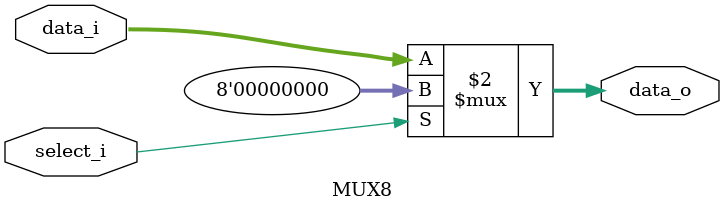
<source format=v>
module MUX8(
    data_i,
    select_i,
    data_o
);


input	[7:0]	data_i;
input	select_i;
output	[7:0]	data_o;

assign data_o = (select_i == 1'b1)? 8'b0 : data_i;

endmodule

</source>
